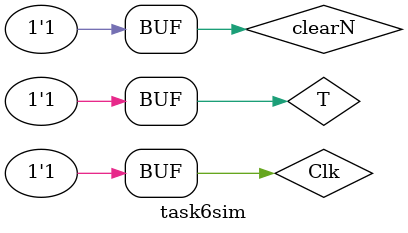
<source format=v>
`timescale 1ns / 1ps


module task6sim(
    );
    reg Clk ;
	reg T;
    reg clearN;
    
	wire [7:0] out;
	
	
	
 
    task6 DUT (.Clk(Clk), .T(T), .clearN(clearN), .out(out));   
    

    initial begin
        #0 Clk =0;  T=0; clearN=0;  //0 
        #5 Clk =1;  T=0; clearN=0;  //5
        #5 Clk =0;  T=0; clearN=0;   //10
        #5 Clk =1;  T=0; clearN=0;  //15
        #5 Clk =0;  T=1; clearN=0;  //20
        #5 Clk =1;  T=1; clearN=0;  //25
        #5 Clk =0;  T=1; clearN=0;  //30
        #5 Clk =1;  T=1; clearN=0;  //35
        #5 Clk =0;  T=1; clearN=1;  //40
        #5 Clk =1;  T=1; clearN=1;  //45 
        #5 Clk =0;  T=1; clearN=1;  //50
        #5 Clk =1;  T=1; clearN=1;  //55
        #5 Clk =0;  T=1; clearN=1;  //60
        #5 Clk =1;  T=1; clearN=1;  //65
        #5 Clk =0;  T=1; clearN=1;  //70
        #5 Clk =1;  T=1; clearN=1;  //75
        #5 Clk =0;  T=1; clearN=1;  //80
        #5 Clk =1;  T=1; clearN=1;  //85
        #5 Clk =0;  T=1; clearN=1;  //90
        #5 Clk =1;  T=1; clearN=1;  //95
        #5 Clk =0;  T=1; clearN=1;  //100
        #5 Clk =1;  T=1; clearN=1;  //105
        #5 Clk =0;  T=1; clearN=1;  //110
        #5 Clk =1;  T=0; clearN=1;  //115
        #5 Clk =0;  T=0; clearN=1;  //120
        #5 Clk =1;  T=0; clearN=1;  //125
        #5 Clk =0;  T=0; clearN=1;  //130
        #5 Clk =1;  T=0; clearN=1;  //135
        #5 Clk =0;  T=0; clearN=1;  //140
        #5 Clk =1;  T=0; clearN=1;  //145
        #5 Clk =0;  T=0; clearN=1;  //150
        #5 Clk =1;  T=0; clearN=1;  //155
        #5 Clk =0;  T=0; clearN=1;  //160
        #5 Clk =1;  T=0; clearN=1;  //165
        #5 Clk =0;  T=0; clearN=1;  //170
        #5 Clk =1;  T=0; clearN=1;  //175
        #5 Clk =0;  T=0; clearN=1;  //180
        #5 Clk =1;  T=0; clearN=1;  //185
        #5 Clk =0;  T=0; clearN=1;  //190
        #5 Clk =1;  T=0; clearN=1;  //195
        #5 Clk =0;  T=1; clearN=1;  //200
        #5 Clk =1;  T=1; clearN=1;  //205
        #5 Clk =0;  T=1; clearN=1;  //210
        #5 Clk =1;  T=1; clearN=1;  //215
        #5 Clk =0;  T=1; clearN=1;  //220
        #5 Clk =1;  T=1; clearN=1;  //225
        #5 Clk =0;  T=1; clearN=1;  //230
        #5 Clk =1;  T=1; clearN=1;  //235
        #5 Clk =0;  T=1; clearN=1;  //240
        #5 Clk =1;  T=1; clearN=1;  //245
        #5 Clk =0;  T=1; clearN=1;  //250
        #5 Clk =1;  T=1; clearN=1;  //255
        #5 Clk =0;  T=1; clearN=1;  //260
        #5 Clk =1;  T=1; clearN=1;  //265
        #5 Clk =0;  T=1; clearN=1;  //270
        #5 Clk =1;  T=1; clearN=1;  //275
        #5 Clk =0;  T=1; clearN=1;  //280
        #5 Clk =1;  T=1; clearN=1;  //285
        #5 Clk =0;  T=1; clearN=1;  //290
        #5 Clk =1;  T=1; clearN=1;  //295
        #5 Clk =0;  T=1; clearN=1;  //300
        #5 Clk =1;  T=1; clearN=1;  //305
        #5 Clk =0;  T=1; clearN=1;  //310
        #5 Clk =1;  T=1; clearN=1;  //315
        #5 Clk =0;  T=1; clearN=1;  //320
        #5 Clk =1;  T=1; clearN=1;  //325
        #5 Clk =0;  T=1; clearN=1;  //330
        #5 Clk =1;  T=1; clearN=1;  //335
        #5 Clk =0;  T=1; clearN=1;  //340
        #5 Clk =1;  T=1; clearN=1;  //345
        #5 Clk =0;  T=1; clearN=1;  //350
        #5 Clk =1;  T=1; clearN=1;  //355
        #5 Clk =0;  T=1; clearN=1;  //360
        #5 Clk =1;  T=1; clearN=1;  //365
        #5 Clk =0;  T=1; clearN=1;  //370
        #5 Clk =1;  T=1; clearN=1;  //375
        #5 Clk =0;  T=1; clearN=1;  //380
        #5 Clk =1;  T=1; clearN=1;  //385
        #5 Clk =0;  T=1; clearN=1;  //390
        #5 Clk =1;  T=1; clearN=1;  //395
        #5 Clk =0;  T=1; clearN=1;  //400
        #5 Clk =1;  T=1; clearN=1;  //405
        #5 Clk =0;  T=1; clearN=1;  //410
        #5 Clk =1;  T=1; clearN=1;  //415
        #5 Clk =0;  T=1; clearN=1;  //420
        #5 Clk =1;  T=1; clearN=1;  //425
        #5 Clk =0;  T=1; clearN=1;  //430
        #5 Clk =1;  T=1; clearN=1;  //435
        #5 Clk =0;  T=1; clearN=1;  //440
        #5 Clk =1;  T=1; clearN=1;  //445
        #5 Clk =0;  T=1; clearN=1;  //450
        #5 Clk =1;  T=1; clearN=1;  //455
        #5 Clk =0;  T=1; clearN=1;  //460
        #5 Clk =1;  T=1; clearN=1;  //465
        #5 Clk =0;  T=1; clearN=1;  //470
        #5 Clk =1;  T=1; clearN=1;  //475
        #5 Clk =0;  T=1; clearN=1;  //480
        #5 Clk =1;  T=1; clearN=1;  //485
        #5 Clk =0;  T=1; clearN=1;  //490
        #5 Clk =1;  T=1; clearN=1;  //495
        
        
        
    
        
 
        

       
    end
endmodule

</source>
